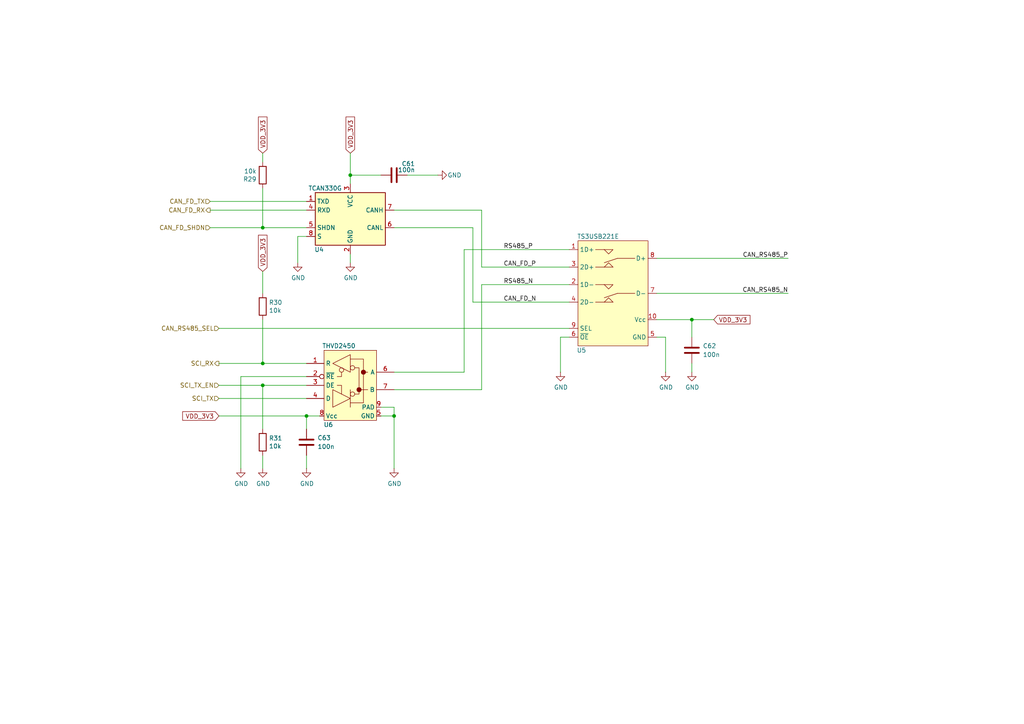
<source format=kicad_sch>
(kicad_sch (version 20231120) (generator "eeschema") (generator_version "8.0")
  (paper "A4")
  (title_block (title "Open MOtor DRiver Initiative  - Single Axis (OMODRI_SA)") (date "2024-03-20") (rev "1.0") (company "LAAS/CNRS"))
  (lib_symbols
    (symbol "Device:C" (pin_numbers hide) (pin_names (offset 0.254))
      (property "Reference" "C" (at 0.635 2.54 0))
      (property "Value" "C" (at 0.635 -2.54 0))
      (symbol "C_0_1"
        (polyline (pts (xy -2.032 -0.762) (xy 2.032 -0.762)) (stroke (width 0.508)))
        (polyline (pts (xy -2.032 0.762) (xy 2.032 0.762)) (stroke (width 0.508)))
      )
      (symbol "C_1_1"
        (pin passive line (at 0 3.81 270) (length 2.794) (name "~") (number "1"))
        (pin passive line (at 0 -3.81 90) (length 2.794) (name "~") (number "2"))
      )
    )
    (symbol "Device:R" (pin_numbers hide) (pin_names (offset 0))
      (property "Reference" "R" (at 2.032 0 90))
      (property "Value" "R" (at 0 0 90))
      (symbol "R_0_1"
        (rectangle (start -1.016 -2.54) (end 1.016 2.54) (stroke (width 0.254)))
      )
      (symbol "R_1_1"
        (pin passive line (at 0 3.81 270) (length 1.27) (name "~") (number "1"))
        (pin passive line (at 0 -3.81 90) (length 1.27) (name "~") (number "2"))
      )
    )
    (symbol "Interface_CAN_LIN:TCAN330G"
      (property "Reference" "U" (at -10.16 8.89 0))
      (property "Value" "TCAN330G" (at 2.54 8.89 0))
      (symbol "TCAN330G_0_1"
        (rectangle (start -10.16 7.62) (end 10.16 -7.62) (stroke (width 0.254)) (fill (type background)))
      )
      (symbol "TCAN330G_1_1"
        (pin input line (at -12.7 5.08 0) (length 2.54) (name "TXD") (number "1"))
        (pin power_in line (at 0 -10.16 90) (length 2.54) (name "GND") (number "2"))
        (pin power_in line (at 0 10.16 270) (length 2.54) (name "VCC") (number "3"))
        (pin tri_state line (at -12.7 2.54 0) (length 2.54) (name "RXD") (number "4"))
        (pin input line (at -12.7 -2.54 0) (length 2.54) (name "SHDN") (number "5"))
        (pin bidirectional line (at 12.7 -2.54 180) (length 2.54) (name "CANL") (number "6"))
        (pin bidirectional line (at 12.7 2.54 180) (length 2.54) (name "CANH") (number "7"))
        (pin input line (at -12.7 -5.08 0) (length 2.54) (name "S") (number "8"))
      )
    )
    (symbol "omodri_lib:THVD24x0"
      (property "Reference" "U" (at 0 12.7 0))
      (property "Value" "THVD24x0" (at 0 10.16 0))
      (symbol "THVD24x0_0_1"
        (rectangle (start -7.62 8.89) (end 7.62 -11.43) (stroke (width 0.1524)) (fill (type background)))
        (circle (center -2.54 3.175) (radius 0.635) (stroke (width 0.1524)))
        (polyline (pts (xy -20.32 7.62) (xy -20.32 7.62)) (stroke (width 0.1524)))
        (polyline (pts (xy 0 -2.54) (xy 0 -7.62)) (stroke (width 0.1524)))
        (polyline (pts (xy 2.54 -2.54) (xy 5.08 -2.54)) (stroke (width 0.1524)))
        (polyline (pts (xy 3.81 2.54) (xy 5.08 2.54)) (stroke (width 0.1524)))
        (polyline (pts (xy -3.81 -1.27) (xy -2.54 -1.27) (xy -2.54 -3.81)) (stroke (width 0.1524)))
        (polyline (pts (xy -3.81 1.27) (xy -2.54 1.27) (xy -2.54 2.54)) (stroke (width 0.1524)))
        (polyline (pts (xy -5.08 -7.62) (xy -5.08 -2.54) (xy 0 -5.08) (xy -5.08 -7.62)) (stroke (width 0.1524)))
        (polyline (pts (xy 0 -6.35) (xy 3.81 -6.35) (xy 3.81 6.35) (xy 0 6.35)) (stroke (width 0.1524)))
        (polyline (pts (xy 0 7.62) (xy 0 2.54) (xy -5.08 5.08) (xy 0 7.62)) (stroke (width 0.1524)))
        (polyline (pts (xy 1.27 -3.81) (xy 2.54 -3.81) (xy 2.54 3.81) (xy 1.27 3.81)) (stroke (width 0.1524)))
        (circle (center 0.635 -3.81) (radius 0.635) (stroke (width 0.1524)))
        (circle (center 0.635 3.81) (radius 0.635) (stroke (width 0.1524)))
        (circle (center 2.54 -2.54) (radius 0.635) (stroke (width 0.1524)) (fill (type outline)))
        (circle (center 3.81 2.54) (radius 0.635) (stroke (width 0.1524)) (fill (type outline)))
      )
      (symbol "THVD24x0_1_1"
        (pin tri_state line (at -12.7 5.08 0) (length 5.08) (name "R") (number "1"))
        (pin input inverted (at -12.7 1.27 0) (length 5.08) (name "~{RE}") (number "2"))
        (pin input line (at -12.7 -1.27 0) (length 5.08) (name "DE") (number "3"))
        (pin input line (at -12.7 -5.08 0) (length 5.08) (name "D") (number "4"))
        (pin passive line (at 8.89 -10.16 180) (length 1.27) (name "GND") (number "5"))
        (pin bidirectional line (at 12.7 2.54 180) (length 5.08) (name "A") (number "6"))
        (pin bidirectional line (at 12.7 -2.54 180) (length 5.08) (name "B") (number "7"))
        (pin passive line (at -8.89 -10.16 0) (length 1.27) (name "Vcc") (number "8"))
        (pin passive line (at 8.89 -7.62 180) (length 1.27) (name "PAD") (number "9"))
      )
    )
    (symbol "omodri_lib:TS3USB221"
      (property "Reference" "U" (at 0 13.97 0))
      (property "Value" "TS3USB221" (at 0 11.43 0))
      (symbol "TS3USB221_0_1"
        (polyline (pts (xy -5.08 -7.62) (xy -2.54 -7.62)))
        (polyline (pts (xy -5.08 -2.54) (xy -2.54 -2.54)))
        (polyline (pts (xy -5.08 2.54) (xy -2.54 2.54)))
        (polyline (pts (xy -5.08 7.62) (xy -2.54 7.62)))
        (polyline (pts (xy 1.27 -5.08) (xy -2.54 -6.35)))
        (polyline (pts (xy 1.27 -5.08) (xy 6.35 -5.08)))
        (polyline (pts (xy 1.27 5.08) (xy -2.54 3.81)))
        (polyline (pts (xy 1.27 5.08) (xy 6.35 5.08)))
        (polyline (pts (xy -2.54 -2.54) (xy -1.27 -3.81) (xy 0 -2.54) (xy -2.54 -2.54)))
        (polyline (pts (xy -2.54 7.62) (xy -1.27 6.35) (xy 0 7.62) (xy -2.54 7.62)))
        (polyline (pts (xy 0 -7.62) (xy -1.27 -6.35) (xy -2.54 -7.62) (xy 0 -7.62)))
        (polyline (pts (xy 0 2.54) (xy -1.27 3.81) (xy -2.54 2.54) (xy 0 2.54)))
      )
      (symbol "TS3USB221_1_1"
        (rectangle (start -10.16 10.16) (end 10.16 -20.32) (fill (type background)))
        (pin bidirectional line (at -12.7 7.62 0) (length 2.54) (name "1D+") (number "1"))
        (pin passive line (at 12.7 -12.7 180) (length 2.54) (name "Vcc") (number "10"))
        (pin bidirectional line (at -12.7 -2.54 0) (length 2.54) (name "1D-") (number "2"))
        (pin bidirectional line (at -12.7 2.54 0) (length 2.54) (name "2D+") (number "3"))
        (pin bidirectional line (at -12.7 -7.62 0) (length 2.54) (name "2D-") (number "4"))
        (pin passive line (at 12.7 -17.78 180) (length 2.54) (name "GND") (number "5"))
        (pin input line (at -12.7 -17.78 0) (length 2.54) (name "~{OE}") (number "6"))
        (pin bidirectional line (at 12.7 -5.08 180) (length 2.54) (name "D-") (number "7"))
        (pin bidirectional line (at 12.7 5.08 180) (length 2.54) (name "D+") (number "8"))
        (pin input line (at -12.7 -15.24 0) (length 2.54) (name "SEL") (number "9"))
      )
    )
    (symbol "power:GND" (power) (pin_numbers hide) (pin_names (offset 0) hide)
      (property "Value" "GND" (at 0 -3.81 0))
      (symbol "GND_0_1"
        (polyline (pts (xy 0 0) (xy 0 -1.27) (xy 1.27 -1.27) (xy 0 -2.54) (xy -1.27 -1.27) (xy 0 -1.27)))
      )
      (symbol "GND_1_1"
        (pin power_in line (at 0 0 270) (length 0) (name "~") (number "1"))
      )
    )
  )
  (junction (at 76.2 66.04))
  (junction (at 88.9 120.65))
  (junction (at 200.66 92.71))
  (junction (at 76.2 111.76))
  (junction (at 101.6 50.8))
  (junction (at 76.2 105.41))
  (junction (at 114.3 120.65))
  (wire (pts (xy 88.9 120.65) (xy 88.9 124.46)))
  (wire (pts (xy 134.62 72.39) (xy 165.1 72.39)))
  (wire (pts (xy 200.66 92.71) (xy 207.01 92.71)))
  (wire (pts (xy 137.16 87.63) (xy 165.1 87.63)))
  (wire (pts (xy 63.5 120.65) (xy 88.9 120.65)))
  (wire (pts (xy 63.5 105.41) (xy 76.2 105.41)))
  (wire (pts (xy 110.49 118.11) (xy 114.3 118.11)))
  (wire (pts (xy 69.85 109.22) (xy 69.85 135.89)))
  (wire (pts (xy 127 50.8) (xy 118.11 50.8)))
  (wire (pts (xy 101.6 50.8) (xy 110.49 50.8)))
  (wire (pts (xy 101.6 73.66) (xy 101.6 76.2)))
  (wire (pts (xy 60.96 66.04) (xy 76.2 66.04)))
  (wire (pts (xy 110.49 120.65) (xy 114.3 120.65)))
  (wire (pts (xy 162.56 97.79) (xy 162.56 107.95)))
  (wire (pts (xy 76.2 54.61) (xy 76.2 66.04)))
  (wire (pts (xy 114.3 60.96) (xy 139.7 60.96)))
  (wire (pts (xy 190.5 74.93) (xy 228.6 74.93)))
  (wire (pts (xy 76.2 92.71) (xy 76.2 105.41)))
  (wire (pts (xy 200.66 107.95) (xy 200.66 105.41)))
  (wire (pts (xy 162.56 97.79) (xy 165.1 97.79)))
  (wire (pts (xy 190.5 92.71) (xy 200.66 92.71)))
  (wire (pts (xy 76.2 135.89) (xy 76.2 132.08)))
  (wire (pts (xy 114.3 107.95) (xy 134.62 107.95)))
  (wire (pts (xy 86.36 68.58) (xy 88.9 68.58)))
  (wire (pts (xy 165.1 77.47) (xy 139.7 77.47)))
  (wire (pts (xy 63.5 95.25) (xy 165.1 95.25)))
  (wire (pts (xy 60.96 60.96) (xy 88.9 60.96)))
  (wire (pts (xy 139.7 60.96) (xy 139.7 77.47)))
  (wire (pts (xy 114.3 118.11) (xy 114.3 120.65)))
  (wire (pts (xy 76.2 105.41) (xy 88.9 105.41)))
  (wire (pts (xy 137.16 66.04) (xy 137.16 87.63)))
  (wire (pts (xy 63.5 115.57) (xy 88.9 115.57)))
  (wire (pts (xy 60.96 58.42) (xy 88.9 58.42)))
  (wire (pts (xy 101.6 44.45) (xy 101.6 50.8)))
  (wire (pts (xy 69.85 109.22) (xy 88.9 109.22)))
  (wire (pts (xy 88.9 132.08) (xy 88.9 135.89)))
  (wire (pts (xy 63.5 111.76) (xy 76.2 111.76)))
  (wire (pts (xy 190.5 97.79) (xy 193.04 97.79)))
  (wire (pts (xy 190.5 85.09) (xy 228.6 85.09)))
  (wire (pts (xy 134.62 107.95) (xy 134.62 72.39)))
  (wire (pts (xy 76.2 111.76) (xy 76.2 124.46)))
  (wire (pts (xy 139.7 82.55) (xy 139.7 113.03)))
  (wire (pts (xy 114.3 113.03) (xy 139.7 113.03)))
  (wire (pts (xy 76.2 66.04) (xy 88.9 66.04)))
  (wire (pts (xy 76.2 46.99) (xy 76.2 44.45)))
  (wire (pts (xy 76.2 78.74) (xy 76.2 85.09)))
  (wire (pts (xy 114.3 66.04) (xy 137.16 66.04)))
  (wire (pts (xy 88.9 120.65) (xy 92.71 120.65)))
  (wire (pts (xy 193.04 97.79) (xy 193.04 107.95)))
  (wire (pts (xy 101.6 50.8) (xy 101.6 53.34)))
  (wire (pts (xy 114.3 120.65) (xy 114.3 135.89)))
  (wire (pts (xy 86.36 68.58) (xy 86.36 76.2)))
  (wire (pts (xy 200.66 92.71) (xy 200.66 97.79)))
  (wire (pts (xy 76.2 111.76) (xy 88.9 111.76)))
  (wire (pts (xy 165.1 82.55) (xy 139.7 82.55)))
  (label "RS485_N" (at 146.05 82.55 0))
  (label "RS485_P" (at 146.05 72.39 0))
  (label "CAN_RS485_P" (at 228.6 74.93 180))
  (label "CAN_RS485_N" (at 228.6 85.09 180))
  (label "CAN_FD_P" (at 146.05 77.47 0))
  (label "CAN_FD_N" (at 146.05 87.63 0))
  (global_label "VDD_3V3" (shape input) (at 76.2 44.45 90) (property "Intersheetrefs" "${INTERSHEET_REFS}" (effects (hide yes))) (property "Références Inter-Feuilles" "${INTERSHEET_REFS}" (effects (hide yes))))
  (global_label "VDD_3V3" (shape input) (at 76.2 78.74 90) (property "Intersheetrefs" "${INTERSHEET_REFS}" (effects (hide yes))) (property "Références Inter-Feuilles" "${INTERSHEET_REFS}" (effects (hide yes))))
  (global_label "VDD_3V3" (shape input) (at 101.6 44.45 90) (property "Intersheetrefs" "${INTERSHEET_REFS}" (effects (hide yes))) (property "Références Inter-Feuilles" "${INTERSHEET_REFS}" (effects (hide yes))))
  (global_label "VDD_3V3" (shape input) (at 63.5 120.65 180) (property "Intersheetrefs" "${INTERSHEET_REFS}" (effects (hide yes))) (property "Références Inter-Feuilles" "${INTERSHEET_REFS}" (effects (hide yes))))
  (global_label "VDD_3V3" (shape input) (at 207.01 92.71 0) (property "Intersheetrefs" "${INTERSHEET_REFS}" (effects (hide yes))) (property "Références Inter-Feuilles" "${INTERSHEET_REFS}" (effects (hide yes))))
  (hierarchical_label "CAN_RS485_SEL" (shape input) (at 63.5 95.25 180))
  (hierarchical_label "CAN_FD_TX" (shape input) (at 60.96 58.42 180))
  (hierarchical_label "SCI_TX" (shape input) (at 63.5 115.57 180))
  (hierarchical_label "SCI_TX_EN" (shape input) (at 63.5 111.76 180))
  (hierarchical_label "SCI_RX" (shape output) (at 63.5 105.41 180))
  (hierarchical_label "CAN_FD_RX" (shape output) (at 60.96 60.96 180))
  (hierarchical_label "CAN_FD_SHDN" (shape input) (at 60.96 66.04 180))
  (symbol (lib_id "power:GND") (at 101.6 76.2 0) (unit 1)
    (property "Reference" "#PWR087" (effects (hide yes)))
    (property "Value" "GND" (at 101.727 80.5942 0))
    (property "Description" "Power symbol creates a global label with name \"GND\" , ground" (effects (hide yes)))
  )
  (symbol (lib_id "power:GND") (at 114.3 135.89 0) (unit 1)
    (property "Reference" "#PWR097" (effects (hide yes)))
    (property "Value" "GND" (at 114.427 140.2842 0))
    (property "Description" "Power symbol creates a global label with name \"GND\" , ground" (effects (hide yes)))
  )
  (symbol (lib_id "omodri_lib:TS3USB221") (at 177.8 80.01 0) (unit 1)
    (property "Reference" "U5" (at 168.656 101.6 0))
    (property "Value" "TS3USB221E" (at 173.482 68.58 0))
    (property "Footprint" "udriver3:UQFN-10_1.5x2mm_P0.5mm" (effects (hide yes)))
    (property "Datasheet" "https://www.ti.com/lit/ds/symlink/ts3usb221e.pdf" (effects (hide yes)))
    (property "Description" "UQFN-10, High-Speed 1:2 Multiplexer/Demultiplexer Switch With Enable out, 3.3-V, 5.5-V IO tolerant. " (effects (hide yes)))
    (property "DigiKey" "296-25222-1-ND" (effects (hide yes)))
    (property "Farnell" "3124910" (effects (hide yes)))
    (property "Mouser" " 595-TS3USB221ERSER" (effects (hide yes)))
    (property "Part No" "TS3USB221ERSER" (effects (hide yes)))
    (property "RS" "817-5575" (effects (hide yes)))
    (property "LCSC" "C129313" (effects (hide yes)))
    (property "Manufacturer" "TEXAS INSTRUMENTS" (effects (hide yes)))
    (property "Assembling" "SMD" (effects (hide yes)))
  )
  (symbol (lib_id "omodri_lib:THVD24x0") (at 101.6 110.49 0) (unit 1)
    (property "Reference" "U6" (at 95.25 123.19 0))
    (property "Value" "THVD2450" (at 98.298 100.33 0))
    (property "Footprint" "udriver3:VSON-8-1EP_3.0x3.0mm_P0.65mm_EP1.65x2.4mm" (effects (hide yes)))
    (property "Datasheet" "https://www.ti.com/lit/ds/symlink/thvd2450.pdf" (effects (hide yes)))
    (property "Description" "VSON-8, RS-485 Transceiver, ±70-V Fault-Protected, 3.3-V to 5-V supply." (effects (hide yes)))
    (property "DigiKey" "296-THVD2450DRBRCT-ND" (effects (hide yes)))
    (property "Mouser" "595-THVD2450DRBR" (effects (hide yes)))
    (property "Part No" "THVD2450DRBR" (effects (hide yes)))
    (property "LCSC" "C2878080" (effects (hide yes)))
    (property "Manufacturer" "TEXAS INSTRUMENTS" (effects (hide yes)))
    (property "Assembling" "SMD " (effects (hide yes)))
  )
  (symbol (lib_id "power:GND") (at 76.2 135.89 0) (unit 1)
    (property "Reference" "#PWR095" (effects (hide yes)))
    (property "Value" "GND" (at 76.327 140.2842 0))
    (property "Description" "Power symbol creates a global label with name \"GND\" , ground" (effects (hide yes)))
  )
  (symbol (lib_id "power:GND") (at 200.66 107.95 0) (unit 1)
    (property "Reference" "#PWR092" (effects (hide yes)))
    (property "Value" "GND" (at 200.787 112.3442 0))
    (property "Description" "Power symbol creates a global label with name \"GND\" , ground" (effects (hide yes)))
  )
  (symbol (lib_id "Device:C") (at 114.3 50.8 90) (unit 1)
    (property "Reference" "C61" (at 120.396 47.498 90) (effects (justify left)))
    (property "Value" "100n" (at 120.396 49.276 90) (effects (justify left)))
    (property "Footprint" "Capacitor_SMD:C_0201_0603Metric" (effects (hide yes)))
    (property "Datasheet" "https://www.murata.com/en-eu/products/productdetail?partno=GRM033R61E104KE14%23" (effects (hide yes)))
    (property "Description" "0201, 100nf, 25V,  ±10%, X5R, SMD MLCC" (effects (hide yes)))
    (property "DigiKey" "490-12686-1-ND" (effects (hide yes)))
    (property "Farnell" "2990693" (effects (hide yes)))
    (property "Mouser" "81-GRM033R61E104KE4D" (effects (hide yes)))
    (property "Part No" "GRM033R61E104KE14D" (effects (hide yes)))
    (property "RS" "185-2066" (effects (hide yes)))
    (property "LCSC" "C76939" (effects (hide yes)))
    (property "Manufacturer" "MURATA" (effects (hide yes)))
    (property "Assembling" "SMD" (effects (hide yes)))
  )
  (symbol (lib_id "power:GND") (at 127 50.8 90) (unit 1)
    (property "Reference" "#PWR084" (effects (hide yes)))
    (property "Value" "GND" (at 131.826 50.8 90))
    (property "Description" "Power symbol creates a global label with name \"GND\" , ground" (effects (hide yes)))
  )
  (symbol (lib_id "Interface_CAN_LIN:TCAN330G") (at 101.6 63.5 0) (unit 1)
    (property "Reference" "U4" (at 91.186 72.39 0) (effects (justify left)))
    (property "Value" "TCAN330G" (at 89.408 54.61 0) (effects (justify left)))
    (property "Footprint" "Package_TO_SOT_SMD:SOT-23-8" (effects (hide yes)))
    (property "Datasheet" "http://www.ti.com/lit/ds/symlink/tcan337.pdf" (effects (hide yes)))
    (property "Description" "SOT-23-8, CAN Transceiver (CAN FD capabilities), 5Mbps, 3.3V, silent  & shutdown mode." (effects (hide yes)))
    (property "Manufacturer" "TEXAS INSTRUMENTS" (effects (hide yes)))
    (property "DigiKey" "296-46215-1-ND" (effects (hide yes)))
    (property "LCSC" "C2877587" (effects (hide yes)))
    (property "Mouser" "595-TCAN330DCNR" (effects (hide yes)))
    (property "Part No" "TCAN330DCNR" (effects (hide yes)))
    (property "Assembling" "SMD " (effects (hide yes)))
  )
  (symbol (lib_id "Device:C") (at 200.66 101.6 0) (unit 1)
    (property "Reference" "C62" (at 203.835 100.33 0) (effects (justify left)))
    (property "Value" "100n" (at 203.835 102.87 0) (effects (justify left)))
    (property "Footprint" "Capacitor_SMD:C_0201_0603Metric" (effects (hide yes)))
    (property "Datasheet" "https://www.murata.com/en-eu/products/productdetail?partno=GRM033R61E104KE14%23" (effects (hide yes)))
    (property "Description" "0201, 100nf, 25V,  ±10%, X5R, SMD MLCC" (effects (hide yes)))
    (property "DigiKey" "490-12686-1-ND" (effects (hide yes)))
    (property "Farnell" "2990693" (effects (hide yes)))
    (property "Mouser" "81-GRM033R61E104KE4D" (effects (hide yes)))
    (property "Part No" "GRM033R61E104KE14D" (effects (hide yes)))
    (property "RS" "185-2066" (effects (hide yes)))
    (property "LCSC" "C76939" (effects (hide yes)))
    (property "Manufacturer" "MURATA" (effects (hide yes)))
    (property "Assembling" "SMD" (effects (hide yes)))
  )
  (symbol (lib_id "power:GND") (at 162.56 107.95 0) (unit 1)
    (property "Reference" "#PWR090" (effects (hide yes)))
    (property "Value" "GND" (at 162.687 112.3442 0))
    (property "Description" "Power symbol creates a global label with name \"GND\" , ground" (effects (hide yes)))
  )
  (symbol (lib_id "Device:C") (at 88.9 128.27 0) (unit 1)
    (property "Reference" "C63" (at 92.075 127 0) (effects (justify left)))
    (property "Value" "100n" (at 92.075 129.54 0) (effects (justify left)))
    (property "Footprint" "Capacitor_SMD:C_0201_0603Metric" (effects (hide yes)))
    (property "Datasheet" "https://www.murata.com/en-eu/products/productdetail?partno=GRM033R61E104KE14%23" (effects (hide yes)))
    (property "Description" "0201, 100nf, 25V,  ±10%, X5R, SMD MLCC" (effects (hide yes)))
    (property "DigiKey" "490-12686-1-ND" (effects (hide yes)))
    (property "Farnell" "2990693" (effects (hide yes)))
    (property "Mouser" "81-GRM033R61E104KE4D" (effects (hide yes)))
    (property "Part No" "GRM033R61E104KE14D" (effects (hide yes)))
    (property "RS" "185-2066" (effects (hide yes)))
    (property "LCSC" "C76939" (effects (hide yes)))
    (property "Manufacturer" "MURATA" (effects (hide yes)))
    (property "Assembling" "SMD" (effects (hide yes)))
  )
  (symbol (lib_id "Device:R") (at 76.2 50.8 0) (unit 1)
    (property "Reference" "R29" (at 74.422 51.9684 0) (effects (justify right)))
    (property "Value" "10k" (at 74.422 49.657 0) (effects (justify right)))
    (property "Footprint" "Resistor_SMD:R_0201_0603Metric" (effects (hide yes)))
    (property "Datasheet" "https://industrial.panasonic.com/sa/products/pt/general-purpose-chip-resistors/models/ERJ1GNF1002C" (effects (hide yes)))
    (property "Description" "0201, 10kΩ, 0.05W, ±1%, SMD  resistor" (effects (hide yes)))
    (property "DigiKey" "P122414CT-ND" (effects (hide yes)))
    (property "Farnell" "2302362" (effects (hide yes)))
    (property "Mouser" "667-ERJ-1GNF1002C" (effects (hide yes)))
    (property "Part No" "ERJ1GNF1002C" (effects (hide yes)))
    (property "RS" "176-3597" (effects (hide yes)))
    (property "LCSC" "C717002" (effects (hide yes)))
    (property "Manufacturer" "PANASONIC" (effects (hide yes)))
    (property "Assembling" "SMD" (effects (hide yes)))
  )
  (symbol (lib_id "power:GND") (at 193.04 107.95 0) (unit 1)
    (property "Reference" "#PWR091" (effects (hide yes)))
    (property "Value" "GND" (at 193.167 112.3442 0))
    (property "Description" "Power symbol creates a global label with name \"GND\" , ground" (effects (hide yes)))
  )
  (symbol (lib_id "power:GND") (at 88.9 135.89 0) (unit 1)
    (property "Reference" "#PWR096" (effects (hide yes)))
    (property "Value" "GND" (at 89.027 140.2842 0))
    (property "Description" "Power symbol creates a global label with name \"GND\" , ground" (effects (hide yes)))
  )
  (symbol (lib_id "power:GND") (at 69.85 135.89 0) (unit 1)
    (property "Reference" "#PWR094" (effects (hide yes)))
    (property "Value" "GND" (at 69.977 140.2842 0))
    (property "Description" "Power symbol creates a global label with name \"GND\" , ground" (effects (hide yes)))
  )
  (symbol (lib_id "power:GND") (at 86.36 76.2 0) (unit 1)
    (property "Reference" "#PWR086" (effects (hide yes)))
    (property "Value" "GND" (at 86.487 80.5942 0))
    (property "Description" "Power symbol creates a global label with name \"GND\" , ground" (effects (hide yes)))
  )
  (symbol (lib_id "Device:R") (at 76.2 88.9 180) (unit 1)
    (property "Reference" "R30" (at 77.978 87.7316 0) (effects (justify right)))
    (property "Value" "10k" (at 77.978 90.043 0) (effects (justify right)))
    (property "Footprint" "Resistor_SMD:R_0201_0603Metric" (effects (hide yes)))
    (property "Datasheet" "https://industrial.panasonic.com/sa/products/pt/general-purpose-chip-resistors/models/ERJ1GNF1002C" (effects (hide yes)))
    (property "Description" "0201, 10kΩ, 0.05W, ±1%, SMD  resistor" (effects (hide yes)))
    (property "DigiKey" "P122414CT-ND" (effects (hide yes)))
    (property "Farnell" "2302362" (effects (hide yes)))
    (property "Mouser" "667-ERJ-1GNF1002C" (effects (hide yes)))
    (property "Part No" "ERJ1GNF1002C" (effects (hide yes)))
    (property "RS" "176-3597" (effects (hide yes)))
    (property "LCSC" "C717002" (effects (hide yes)))
    (property "Manufacturer" "PANASONIC" (effects (hide yes)))
    (property "Assembling" "SMD" (effects (hide yes)))
  )
  (symbol (lib_id "Device:R") (at 76.2 128.27 180) (unit 1)
    (property "Reference" "R31" (at 77.978 127.1016 0) (effects (justify right)))
    (property "Value" "10k" (at 77.978 129.413 0) (effects (justify right)))
    (property "Footprint" "Resistor_SMD:R_0201_0603Metric" (effects (hide yes)))
    (property "Datasheet" "https://industrial.panasonic.com/sa/products/pt/general-purpose-chip-resistors/models/ERJ1GNF1002C" (effects (hide yes)))
    (property "Description" "0201, 10kΩ, 0.05W, ±1%, SMD  resistor" (effects (hide yes)))
    (property "DigiKey" "P122414CT-ND" (effects (hide yes)))
    (property "Farnell" "2302362" (effects (hide yes)))
    (property "Mouser" "667-ERJ-1GNF1002C" (effects (hide yes)))
    (property "Part No" "ERJ1GNF1002C" (effects (hide yes)))
    (property "RS" "176-3597" (effects (hide yes)))
    (property "LCSC" "C717002" (effects (hide yes)))
    (property "Manufacturer" "PANASONIC" (effects (hide yes)))
    (property "Assembling" "SMD" (effects (hide yes)))
  )
)
</source>
